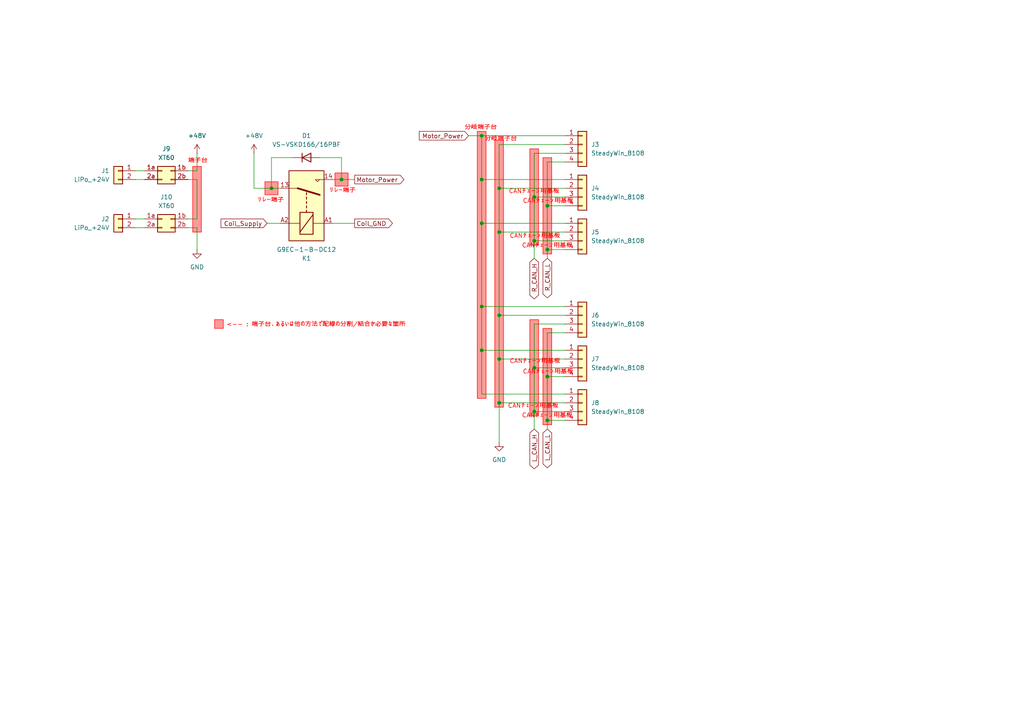
<source format=kicad_sch>
(kicad_sch (version 20250114) (generator "eeschema") (generator_version "9.0")
  (paper "A4")
  (lib_symbols
    (symbol "Connector_Generic:Conn_01x02" (pin_names (offset 1.016) (hide yes))
      (property "Reference" "J" (at 0 2.54 0))
      (property "Value" "Conn_01x02" (at 0 -5.08 0))
      (symbol "Conn_01x02_1_1"
        (rectangle (start -1.27 1.27) (end 1.27 -3.81) (stroke (width 0.254)) (fill (type background)))
        (rectangle (start -1.27 0.127) (end 0 -0.127) (stroke (width 0.1524)))
        (rectangle (start -1.27 -2.413) (end 0 -2.667) (stroke (width 0.1524)))
        (pin passive line (at -5.08 0 0) (length 3.81) (name "Pin_1") (number "1"))
        (pin passive line (at -5.08 -2.54 0) (length 3.81) (name "Pin_2") (number "2"))
      )
    )
    (symbol "Connector_Generic:Conn_01x04" (pin_names (offset 1.016) (hide yes))
      (property "Reference" "J" (at 0 5.08 0))
      (property "Value" "Conn_01x04" (at 0 -7.62 0))
      (symbol "Conn_01x04_1_1"
        (rectangle (start -1.27 3.81) (end 1.27 -6.35) (stroke (width 0.254)) (fill (type background)))
        (rectangle (start -1.27 2.667) (end 0 2.413) (stroke (width 0.1524)))
        (rectangle (start -1.27 0.127) (end 0 -0.127) (stroke (width 0.1524)))
        (rectangle (start -1.27 -2.413) (end 0 -2.667) (stroke (width 0.1524)))
        (rectangle (start -1.27 -4.953) (end 0 -5.207) (stroke (width 0.1524)))
        (pin passive line (at -5.08 2.54 0) (length 3.81) (name "Pin_1") (number "1"))
        (pin passive line (at -5.08 0 0) (length 3.81) (name "Pin_2") (number "2"))
        (pin passive line (at -5.08 -2.54 0) (length 3.81) (name "Pin_3") (number "3"))
        (pin passive line (at -5.08 -5.08 0) (length 3.81) (name "Pin_4") (number "4"))
      )
    )
    (symbol "Connector_Generic:Conn_02x02_Row_Letter_Last" (pin_names (offset 1.016) (hide yes))
      (property "Reference" "J" (at 1.27 2.54 0))
      (property "Value" "Conn_02x02_Row_Letter_Last" (at 1.27 -5.08 0))
      (symbol "Conn_02x02_Row_Letter_Last_1_1"
        (rectangle (start -1.27 1.27) (end 3.81 -3.81) (stroke (width 0.254)) (fill (type background)))
        (rectangle (start -1.27 0.127) (end 0 -0.127) (stroke (width 0.1524)))
        (rectangle (start -1.27 -2.413) (end 0 -2.667) (stroke (width 0.1524)))
        (rectangle (start 3.81 0.127) (end 2.54 -0.127) (stroke (width 0.1524)))
        (rectangle (start 3.81 -2.413) (end 2.54 -2.667) (stroke (width 0.1524)))
        (pin passive line (at -5.08 0 0) (length 3.81) (name "Pin_1a") (number "1a"))
        (pin passive line (at -5.08 -2.54 0) (length 3.81) (name "Pin_2a") (number "2a"))
        (pin passive line (at 7.62 0 180) (length 3.81) (name "Pin_1b") (number "1b"))
        (pin passive line (at 7.62 -2.54 180) (length 3.81) (name "Pin_2b") (number "2b"))
      )
    )
    (symbol "Device:D" (pin_numbers (hide yes)) (pin_names (offset 1.016) (hide yes))
      (property "Reference" "D" (at 0 2.54 0))
      (property "Value" "D" (at 0 -2.54 0))
      (symbol "D_0_1"
        (polyline (pts (xy -1.27 1.27) (xy -1.27 -1.27)) (stroke (width 0.254)))
        (polyline (pts (xy 1.27 1.27) (xy 1.27 -1.27) (xy -1.27 0) (xy 1.27 1.27)) (stroke (width 0.254)))
        (polyline (pts (xy 1.27 0) (xy -1.27 0)))
      )
      (symbol "D_1_1"
        (pin passive line (at -3.81 0 0) (length 2.54) (name "K") (number "1"))
        (pin passive line (at 3.81 0 180) (length 2.54) (name "A") (number "2"))
      )
    )
    (symbol "Relay:Relay_SPST-NO"
      (property "Reference" "K" (at 11.43 3.81 0))
      (property "Value" "Relay_SPST-NO" (at 11.43 1.27 0))
      (symbol "Relay_SPST-NO_0_0"
        (polyline (pts (xy 7.62 5.08) (xy 7.62 2.54) (xy 6.985 3.175) (xy 7.62 3.81)))
      )
      (symbol "Relay_SPST-NO_0_1"
        (rectangle (start -10.16 5.08) (end 10.16 -5.08) (stroke (width 0.254)) (fill (type background)))
        (rectangle (start -8.255 1.905) (end -1.905 -1.905) (stroke (width 0.254)))
        (polyline (pts (xy -7.62 -1.905) (xy -2.54 1.905)) (stroke (width 0.254)))
        (polyline (pts (xy -5.08 5.08) (xy -5.08 1.905)))
        (polyline (pts (xy -5.08 -5.08) (xy -5.08 -1.905)))
        (polyline (pts (xy -1.905 0) (xy -1.27 0)) (stroke (width 0.254)))
        (polyline (pts (xy -0.635 0) (xy 0 0)) (stroke (width 0.254)))
        (polyline (pts (xy 0.635 0) (xy 1.27 0)) (stroke (width 0.254)))
        (polyline (pts (xy 1.905 0) (xy 2.54 0)) (stroke (width 0.254)))
        (polyline (pts (xy 3.175 0) (xy 3.81 0)) (stroke (width 0.254)))
        (polyline (pts (xy 5.08 -2.54) (xy 3.175 3.81)) (stroke (width 0.508)))
        (polyline (pts (xy 5.08 -2.54) (xy 5.08 -5.08)))
      )
      (symbol "Relay_SPST-NO_1_1"
        (pin passive line (at -5.08 7.62 270) (length 2.54) (name "~") (number "A1"))
        (pin passive line (at -5.08 -7.62 90) (length 2.54) (name "~") (number "A2"))
        (pin passive line (at 5.08 -7.62 90) (length 2.54) (name "~") (number "13"))
        (pin passive line (at 7.62 7.62 270) (length 2.54) (name "~") (number "14"))
      )
    )
    (symbol "power:+48V" (power) (pin_numbers (hide yes)) (pin_names (offset 0) (hide yes))
      (property "Value" "+48V" (at 0 3.556 0))
      (symbol "+48V_0_1"
        (polyline (pts (xy -0.762 1.27) (xy 0 2.54)))
        (polyline (pts (xy 0 2.54) (xy 0.762 1.27)))
        (polyline (pts (xy 0 0) (xy 0 2.54)))
      )
      (symbol "+48V_1_1"
        (pin power_in line (at 0 0 90) (length 0) (name "~") (number "1"))
      )
    )
    (symbol "power:GND" (power) (pin_numbers (hide yes)) (pin_names (offset 0) (hide yes))
      (property "Value" "GND" (at 0 -3.81 0))
      (symbol "GND_0_1"
        (polyline (pts (xy 0 0) (xy 0 -1.27) (xy 1.27 -1.27) (xy 0 -2.54) (xy -1.27 -1.27) (xy 0 -1.27)))
      )
      (symbol "GND_1_1"
        (pin power_in line (at 0 0 270) (length 0) (name "~") (number "1"))
      )
    )
  )
  (rectangle (start 76.835 52.705) (end 80.645 56.515) (stroke (width 0) (color 255 0 0 1)) (fill (type color) (color 255 0 0 0.4)))
  (rectangle (start 157.48 95.25) (end 160.02 123.19) (stroke (width 0) (color 255 0 0 1)) (fill (type color) (color 255 0 0 0.4)))
  (rectangle (start 157.48 45.72) (end 160.02 73.66) (stroke (width 0) (color 255 0 0 1)) (fill (type color) (color 255 0 0 0.4)))
  (rectangle (start 55.88 48.26) (end 58.42 67.31) (stroke (width 0) (color 255 0 0 1)) (fill (type color) (color 255 0 0 0.4)))
  (rectangle (start 143.51 40.64) (end 146.05 118.11) (stroke (width 0) (color 255 0 0 1)) (fill (type color) (color 255 0 0 0.4)))
  (rectangle (start 153.67 92.71) (end 156.21 120.65) (stroke (width 0) (color 255 0 0 1)) (fill (type color) (color 255 0 0 0.4)))
  (rectangle (start 138.43 38.1) (end 140.97 115.57) (stroke (width 0) (color 255 0 0 1)) (fill (type color) (color 255 0 0 0.4)))
  (rectangle (start 62.23 92.71) (end 64.77 95.25) (stroke (width 0) (color 255 0 0 1)) (fill (type color) (color 255 0 0 0.4)))
  (rectangle (start 153.67 43.18) (end 156.21 71.12) (stroke (width 0) (color 255 0 0 1)) (fill (type color) (color 255 0 0 0.4)))
  (rectangle (start 97.155 50.165) (end 100.965 53.975) (stroke (width 0) (color 255 0 0 1)) (fill (type color) (color 255 0 0 0.4)))
  (text "CANチェーン用基板" (at 154.94 55.626 0) (effects (font (size 1.27 1.27))))
  (text "端子台" (at 57.404 46.736 0) (effects (font (size 1.27 1.27))))
  (text "<-- : 端子台、あるいは他の方法で配線の分割/結合が必要な箇所" (at 91.694 94.234 0) (effects (font (size 1.27 1.27))))
  (text "リレー端子" (at 78.486 58.166 0) (effects (font (size 1.27 1.27))))
  (text "CANチェーン用基板" (at 155.194 68.58 0) (effects (font (size 1.27 1.27))))
  (text "分岐端子台" (at 145.288 40.386 0) (effects (font (size 1.27 1.27))))
  (text "リレー端子" (at 99.314 55.372 0) (effects (font (size 1.27 1.27))))
  (text "分岐端子台" (at 139.446 37.084 0) (effects (font (size 1.27 1.27))))
  (text "CANチェーン用基板" (at 154.686 117.856 0) (effects (font (size 1.27 1.27))))
  (text "CANチェーン用基板" (at 155.194 104.902 0) (effects (font (size 1.27 1.27))))
  (text "CANチェーン用基板" (at 159.004 58.42 0) (effects (font (size 1.27 1.27))))
  (text "CANチェーン用基板" (at 158.75 120.65 0) (effects (font (size 1.27 1.27))))
  (text "CANチェーン用基板" (at 159.004 107.95 0) (effects (font (size 1.27 1.27))))
  (text "CANチェーン用基板" (at 158.75 71.374 0) (effects (font (size 1.27 1.27))))
  (junction (at 154.94 57.15))
  (junction (at 154.94 106.68))
  (junction (at 144.78 67.31))
  (junction (at 144.78 91.44))
  (junction (at 144.78 116.84))
  (junction (at 139.7 101.6))
  (junction (at 158.75 72.39))
  (junction (at 78.74 54.61))
  (junction (at 158.75 121.92))
  (junction (at 99.06 52.07))
  (junction (at 144.78 54.61))
  (junction (at 154.94 119.38))
  (junction (at 139.7 64.77))
  (junction (at 144.78 104.14))
  (junction (at 139.7 39.37))
  (junction (at 139.7 88.9))
  (junction (at 154.94 69.85))
  (junction (at 139.7 52.07))
  (junction (at 158.75 109.22))
  (junction (at 158.75 59.69))
  (wire (pts (xy 154.94 44.45) (xy 154.94 57.15)))
  (wire (pts (xy 57.15 49.53) (xy 57.15 44.45)))
  (wire (pts (xy 139.7 114.3) (xy 139.7 101.6)))
  (wire (pts (xy 144.78 67.31) (xy 144.78 91.44)))
  (wire (pts (xy 139.7 64.77) (xy 139.7 52.07)))
  (wire (pts (xy 39.37 52.07) (xy 41.91 52.07)))
  (wire (pts (xy 158.75 121.92) (xy 163.83 121.92)))
  (wire (pts (xy 163.83 46.99) (xy 158.75 46.99)))
  (wire (pts (xy 39.37 49.53) (xy 41.91 49.53)))
  (wire (pts (xy 57.15 52.07) (xy 57.15 63.5)))
  (wire (pts (xy 78.74 54.61) (xy 81.28 54.61)))
  (wire (pts (xy 163.83 88.9) (xy 139.7 88.9)))
  (wire (pts (xy 99.06 45.72) (xy 99.06 52.07)))
  (wire (pts (xy 144.78 54.61) (xy 144.78 67.31)))
  (wire (pts (xy 144.78 54.61) (xy 163.83 54.61)))
  (wire (pts (xy 144.78 67.31) (xy 163.83 67.31)))
  (wire (pts (xy 158.75 72.39) (xy 163.83 72.39)))
  (wire (pts (xy 163.83 44.45) (xy 154.94 44.45)))
  (wire (pts (xy 54.61 49.53) (xy 57.15 49.53)))
  (wire (pts (xy 158.75 109.22) (xy 163.83 109.22)))
  (wire (pts (xy 163.83 104.14) (xy 144.78 104.14)))
  (wire (pts (xy 154.94 106.68) (xy 163.83 106.68)))
  (wire (pts (xy 39.37 63.5) (xy 41.91 63.5)))
  (wire (pts (xy 154.94 69.85) (xy 154.94 74.93)))
  (wire (pts (xy 77.47 64.77) (xy 81.28 64.77)))
  (wire (pts (xy 158.75 72.39) (xy 158.75 74.93)))
  (wire (pts (xy 144.78 91.44) (xy 163.83 91.44)))
  (wire (pts (xy 144.78 91.44) (xy 144.78 104.14)))
  (wire (pts (xy 163.83 93.98) (xy 154.94 93.98)))
  (wire (pts (xy 144.78 104.14) (xy 144.78 116.84)))
  (wire (pts (xy 144.78 41.91) (xy 144.78 54.61)))
  (wire (pts (xy 154.94 106.68) (xy 154.94 119.38)))
  (wire (pts (xy 163.83 41.91) (xy 144.78 41.91)))
  (wire (pts (xy 158.75 46.99) (xy 158.75 59.69)))
  (wire (pts (xy 158.75 96.52) (xy 158.75 109.22)))
  (wire (pts (xy 139.7 101.6) (xy 139.7 88.9)))
  (wire (pts (xy 39.37 66.04) (xy 41.91 66.04)))
  (wire (pts (xy 154.94 93.98) (xy 154.94 106.68)))
  (wire (pts (xy 163.83 96.52) (xy 158.75 96.52)))
  (wire (pts (xy 158.75 121.92) (xy 158.75 124.46)))
  (wire (pts (xy 78.74 45.72) (xy 78.74 54.61)))
  (wire (pts (xy 163.83 119.38) (xy 154.94 119.38)))
  (wire (pts (xy 57.15 66.04) (xy 57.15 72.39)))
  (wire (pts (xy 154.94 57.15) (xy 163.83 57.15)))
  (wire (pts (xy 158.75 59.69) (xy 163.83 59.69)))
  (wire (pts (xy 139.7 52.07) (xy 139.7 39.37)))
  (wire (pts (xy 158.75 59.69) (xy 158.75 72.39)))
  (wire (pts (xy 135.89 39.37) (xy 139.7 39.37)))
  (wire (pts (xy 163.83 52.07) (xy 139.7 52.07)))
  (wire (pts (xy 163.83 114.3) (xy 139.7 114.3)))
  (wire (pts (xy 96.52 64.77) (xy 102.87 64.77)))
  (wire (pts (xy 163.83 101.6) (xy 139.7 101.6)))
  (wire (pts (xy 144.78 116.84) (xy 144.78 128.27)))
  (wire (pts (xy 54.61 66.04) (xy 57.15 66.04)))
  (wire (pts (xy 154.94 69.85) (xy 163.83 69.85)))
  (wire (pts (xy 85.09 45.72) (xy 78.74 45.72)))
  (wire (pts (xy 96.52 52.07) (xy 99.06 52.07)))
  (wire (pts (xy 154.94 57.15) (xy 154.94 69.85)))
  (wire (pts (xy 154.94 119.38) (xy 154.94 124.46)))
  (wire (pts (xy 73.66 44.45) (xy 73.66 54.61)))
  (wire (pts (xy 57.15 52.07) (xy 54.61 52.07)))
  (wire (pts (xy 73.66 54.61) (xy 78.74 54.61)))
  (wire (pts (xy 139.7 88.9) (xy 139.7 64.77)))
  (wire (pts (xy 163.83 64.77) (xy 139.7 64.77)))
  (wire (pts (xy 99.06 52.07) (xy 102.87 52.07)))
  (wire (pts (xy 144.78 116.84) (xy 163.83 116.84)))
  (wire (pts (xy 92.71 45.72) (xy 99.06 45.72)))
  (wire (pts (xy 158.75 109.22) (xy 158.75 121.92)))
  (wire (pts (xy 57.15 63.5) (xy 54.61 63.5)))
  (wire (pts (xy 139.7 39.37) (xy 163.83 39.37)))
  (global_label "R_CAN_L" (shape bidirectional) (at 158.75 74.93 270) (property "Intersheetrefs" "${INTERSHEET_REFS}" (effects (hide yes))))
  (global_label "L_CAN_H" (shape bidirectional) (at 154.94 124.46 270) (property "Intersheetrefs" "${INTERSHEET_REFS}" (effects (hide yes))))
  (global_label "Motor_Power" (shape output) (at 102.87 52.07 0) (property "Intersheetrefs" "${INTERSHEET_REFS}" (effects (hide yes))))
  (global_label "L_CAN_L" (shape bidirectional) (at 158.75 124.46 270) (property "Intersheetrefs" "${INTERSHEET_REFS}" (effects (hide yes))))
  (global_label "R_CAN_H" (shape bidirectional) (at 154.94 74.93 270) (property "Intersheetrefs" "${INTERSHEET_REFS}" (effects (hide yes))))
  (global_label "Coil_GND" (shape output) (at 102.87 64.77 0) (property "Intersheetrefs" "${INTERSHEET_REFS}" (effects (hide yes))))
  (global_label "Motor_Power" (shape input) (at 135.89 39.37 180) (property "Intersheetrefs" "${INTERSHEET_REFS}" (effects (hide yes))))
  (global_label "Coil_Supply" (shape input) (at 77.47 64.77 180) (property "Intersheetrefs" "${INTERSHEET_REFS}" (effects (hide yes))))
  (symbol (lib_id "power:GND") (at 144.78 128.27 0) (unit 1)
    (property "Reference" "#PWR04" (effects (hide yes)))
    (property "Value" "GND" (at 144.78 133.35 0))
    (property "Description" "Power symbol creates a global label with name \"GND\" , ground" (effects (hide yes)))
  )
  (symbol (lib_id "power:+48V") (at 73.66 44.45 0) (unit 1)
    (property "Reference" "#PWR03" (effects (hide yes)))
    (property "Value" "+48V" (at 73.66 39.37 0))
    (property "Description" "Power symbol creates a global label with name \"+48V\"" (effects (hide yes)))
  )
  (symbol (lib_id "power:GND") (at 57.15 72.39 0) (unit 1)
    (property "Reference" "#PWR02" (effects (hide yes)))
    (property "Value" "GND" (at 57.15 77.47 0))
    (property "Description" "Power symbol creates a global label with name \"GND\" , ground" (effects (hide yes)))
  )
  (symbol (lib_id "Connector_Generic:Conn_01x02") (at 34.29 49.53 0) (mirror y) (unit 1)
    (property "Reference" "J1" (at 31.75 49.5299 0) (effects (justify left)))
    (property "Value" "LiPo_+24V" (at 31.75 52.0699 0) (effects (justify left)))
    (property "Description" "Generic connector, single row, 01x02, script generated (kicad-library-utils/schlib/autogen/connector/)" (effects (hide yes)))
  )
  (symbol (lib_id "Connector_Generic:Conn_01x04") (at 168.91 41.91 0) (unit 1)
    (property "Reference" "J3" (at 171.45 41.9099 0) (effects (justify left)))
    (property "Value" "SteadyWin_8108" (at 171.45 44.4499 0) (effects (justify left)))
    (property "Description" "Generic connector, single row, 01x04, script generated (kicad-library-utils/schlib/autogen/connector/)" (effects (hide yes)))
  )
  (symbol (lib_id "Relay:Relay_SPST-NO") (at 88.9 59.69 270) (mirror x) (unit 1)
    (property "Reference" "K1" (at 88.9 74.93 90))
    (property "Value" "G9EC-1-B-DC12" (at 88.9 72.39 90))
    (property "Description" "Relay SPST, normally open, EN50005" (effects (hide yes)))
  )
  (symbol (lib_id "Connector_Generic:Conn_01x04") (at 168.91 116.84 0) (unit 1)
    (property "Reference" "J8" (at 171.45 116.8399 0) (effects (justify left)))
    (property "Value" "SteadyWin_8108" (at 171.45 119.3799 0) (effects (justify left)))
    (property "Description" "Generic connector, single row, 01x04, script generated (kicad-library-utils/schlib/autogen/connector/)" (effects (hide yes)))
  )
  (symbol (lib_id "Connector_Generic:Conn_01x04") (at 168.91 67.31 0) (unit 1)
    (property "Reference" "J5" (at 171.45 67.3099 0) (effects (justify left)))
    (property "Value" "SteadyWin_8108" (at 171.45 69.8499 0) (effects (justify left)))
    (property "Description" "Generic connector, single row, 01x04, script generated (kicad-library-utils/schlib/autogen/connector/)" (effects (hide yes)))
  )
  (symbol (lib_id "power:+48V") (at 57.15 44.45 0) (unit 1)
    (property "Reference" "#PWR01" (effects (hide yes)))
    (property "Value" "+48V" (at 57.15 39.37 0))
    (property "Description" "Power symbol creates a global label with name \"+48V\"" (effects (hide yes)))
  )
  (symbol (lib_id "Device:D") (at 88.9 45.72 0) (unit 1)
    (property "Reference" "D1" (at 88.9 39.37 0))
    (property "Value" "VS-VSKD166/16PBF" (at 88.9 41.91 0))
    (property "Description" "Diode" (effects (hide yes)))
    (property "Sim.Device" "D" (effects (hide yes)))
    (property "Sim.Pins" "1=K 2=A" (effects (hide yes)))
  )
  (symbol (lib_id "Connector_Generic:Conn_01x02") (at 34.29 63.5 0) (mirror y) (unit 1)
    (property "Reference" "J2" (at 31.75 63.4999 0) (effects (justify left)))
    (property "Value" "LiPo_+24V" (at 31.75 66.0399 0) (effects (justify left)))
    (property "Description" "Generic connector, single row, 01x02, script generated (kicad-library-utils/schlib/autogen/connector/)" (effects (hide yes)))
  )
  (symbol (lib_id "Connector_Generic:Conn_01x04") (at 168.91 54.61 0) (unit 1)
    (property "Reference" "J4" (at 171.45 54.6099 0) (effects (justify left)))
    (property "Value" "SteadyWin_8108" (at 171.45 57.1499 0) (effects (justify left)))
    (property "Description" "Generic connector, single row, 01x04, script generated (kicad-library-utils/schlib/autogen/connector/)" (effects (hide yes)))
  )
  (symbol (lib_id "Connector_Generic:Conn_02x02_Row_Letter_Last") (at 46.99 63.5 0) (unit 1)
    (property "Reference" "J10" (at 48.26 57.15 0))
    (property "Value" "XT60" (at 48.26 59.69 0))
    (property "Description" "Generic connector, double row, 02x02, row letter last pin numbering scheme (pin number consists of a letter for the row and a number for the pin index in this row. 1a, ..., Na; 1b, ..., Nb)), script generated (kicad-library-utils/schlib/autogen/connector/)" (effects (hide yes)))
  )
  (symbol (lib_id "Connector_Generic:Conn_01x04") (at 168.91 104.14 0) (unit 1)
    (property "Reference" "J7" (at 171.45 104.1399 0) (effects (justify left)))
    (property "Value" "SteadyWin_8108" (at 171.45 106.6799 0) (effects (justify left)))
    (property "Description" "Generic connector, single row, 01x04, script generated (kicad-library-utils/schlib/autogen/connector/)" (effects (hide yes)))
  )
  (symbol (lib_id "Connector_Generic:Conn_02x02_Row_Letter_Last") (at 46.99 49.53 0) (unit 1)
    (property "Reference" "J9" (at 48.26 43.18 0))
    (property "Value" "XT60" (at 48.26 45.72 0))
    (property "Description" "Generic connector, double row, 02x02, row letter last pin numbering scheme (pin number consists of a letter for the row and a number for the pin index in this row. 1a, ..., Na; 1b, ..., Nb)), script generated (kicad-library-utils/schlib/autogen/connector/)" (effects (hide yes)))
  )
  (symbol (lib_id "Connector_Generic:Conn_01x04") (at 168.91 91.44 0) (unit 1)
    (property "Reference" "J6" (at 171.45 91.4399 0) (effects (justify left)))
    (property "Value" "SteadyWin_8108" (at 171.45 93.9799 0) (effects (justify left)))
    (property "Description" "Generic connector, single row, 01x04, script generated (kicad-library-utils/schlib/autogen/connector/)" (effects (hide yes)))
  )
)
</source>
